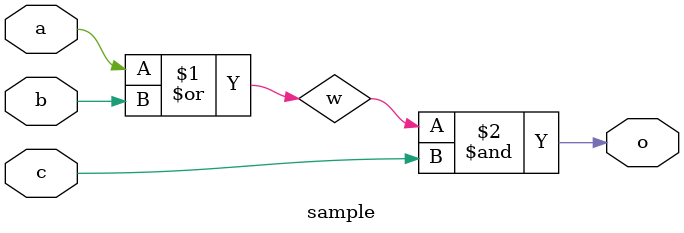
<source format=v>
module sample(a,b,c,o);
    input a,b,c;
    output o;
    wire w;
    or (w,a,b);
    and (o,w,c);
endmodule
</source>
